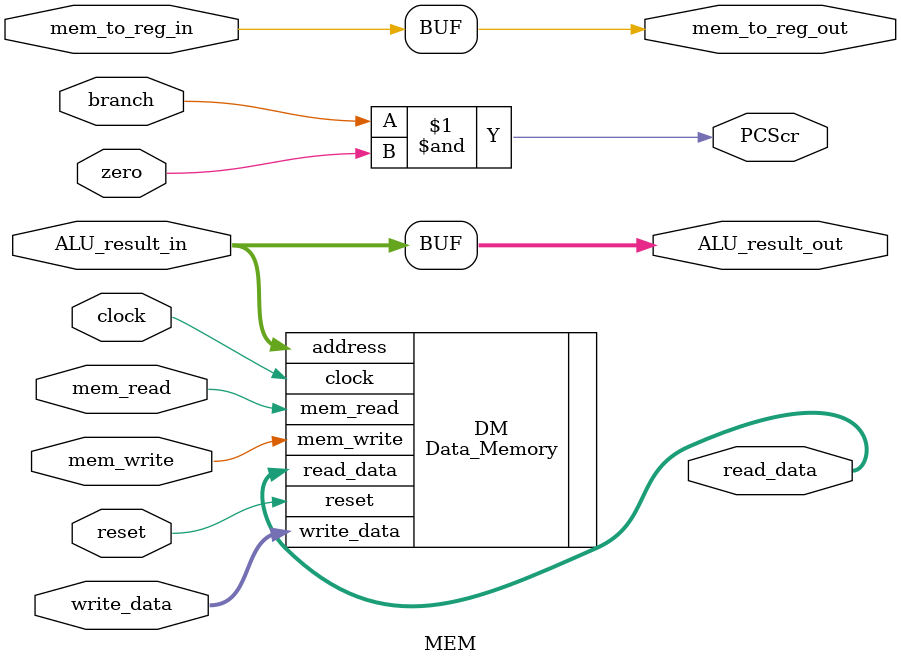
<source format=v>
`timescale 1ns / 1ps

module MEM  #(parameter ADDRESS_LINE=8,  parameter DATA_MEM_SIZE=256)
(
    input wire clock,
    input wire reset,
    input wire branch,
    input wire mem_read,
    input wire mem_to_reg_in,
    input wire mem_write,
    input wire zero,
    input wire [7:0] ALU_result_in,
    input wire [7:0] write_data,
    output wire [7:0] ALU_result_out,
    output wire [7:0] read_data,
    output wire mem_to_reg_out,
    output wire PCScr
);

    assign PCScr = branch & zero ;
    assign mem_to_reg_out = mem_to_reg_in;
    assign ALU_result_out = ALU_result_in;

    Data_Memory  #(.ADDRESS_LINE(ADDRESS_LINE),.MEM_SIZE(DATA_MEM_SIZE)) DM(
        .clock(clock),
        .reset(reset),
        .write_data(write_data),
        .address(ALU_result_in),
        .mem_write(mem_write),
        .mem_read(mem_read),
        .read_data(read_data)
    );


endmodule
</source>
